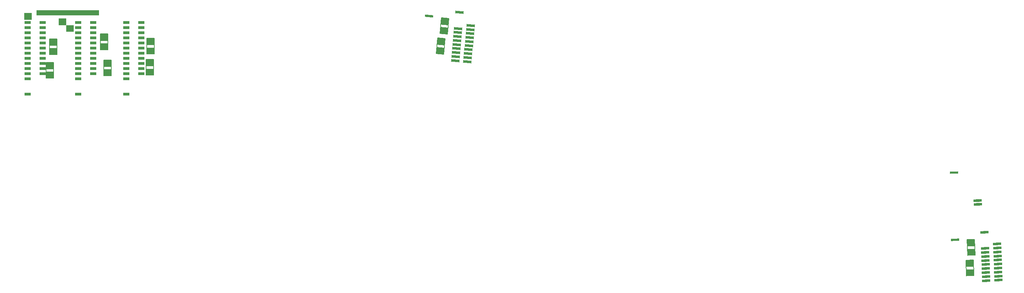
<source format=gbr>
*
G4_C Author: OrCAD GerbTool(tm) 8.1.1 Thu Jun 19 01:00:05 2003*
%LPD*%
%FSLAX34Y34*%
%MOIN*%
%AD*%
%AMD26R98*
20,1,0.027000,0.000000,-0.036000,0.000000,0.036000,98.600000*
%
%AMD26R98N2*
20,1,0.027000,0.000000,-0.036000,0.000000,0.036000,98.600000*
%
%AMD26R86*
20,1,0.027000,0.000000,-0.036000,0.000000,0.036000,86.080000*
%
%AMD17R5*
20,1,0.027000,-0.036000,0.000000,0.036000,0.000000,5.450000*
%
%AMD17R5N2*
20,1,0.027000,-0.036000,0.000000,0.036000,0.000000,5.450000*
%
%AMD29R3*
20,1,0.027000,0.035920,-0.002460,-0.035920,0.002460,3.950000*
%
%AMD29R3N2*
20,1,0.027000,0.035920,-0.002460,-0.035920,0.002460,3.910000*
%
%AMD29R3N3*
20,1,0.027000,0.035920,-0.002460,-0.035920,0.002460,3.920000*
%
%AMD30R85*
20,1,0.024000,0.000000,-0.041000,0.000000,0.041000,85.000000*
%
%AMD26R85*
20,1,0.027000,0.000000,-0.036000,0.000000,0.036000,85.000000*
%
%AMD29R85*
20,1,0.022000,0.000000,-0.040000,0.000000,0.040000,85.000000*
%
%AMD30R92*
20,1,0.024000,0.000000,-0.041000,0.000000,0.041000,92.400000*
%
%AMD26R92*
20,1,0.027000,0.000000,-0.036000,0.000000,0.036000,92.400000*
%
%AMD29R92*
20,1,0.022000,0.000000,-0.040000,0.000000,0.040000,92.400000*
%
%AMD29R91*
20,1,0.022000,0.000000,-0.040000,0.000000,0.040000,91.300000*
%
%AMD30R85N2*
20,1,0.024000,0.000000,-0.041000,0.000000,0.041000,85.000000*
%
%AMD26R85N2*
20,1,0.027000,0.000000,-0.036000,0.000000,0.036000,85.000000*
%
%AMD29R85N2*
20,1,0.022000,0.000000,-0.040000,0.000000,0.040000,85.000000*
%
%AMD29R91N2*
20,1,0.022000,0.000000,-0.040000,0.000000,0.040000,91.000000*
%
%AMD30R91*
20,1,0.024000,0.000000,-0.041000,0.000000,0.041000,91.000000*
%
%AMD30R92N2*
20,1,0.024000,0.000000,-0.041000,0.000000,0.041000,92.000000*
%
%AMD26R92N2*
20,1,0.027000,0.000000,-0.036000,0.000000,0.036000,92.000000*
%
%AMD29R92N2*
20,1,0.022000,0.000000,-0.040000,0.000000,0.040000,92.000000*
%
%ADD10R,0.050000X0.050000*%
%ADD11C,0.006000*%
%ADD12C,0.019000*%
%ADD13C,0.007900*%
%ADD14C,0.005000*%
%ADD15C,0.000800*%
%ADD16R,0.070000X0.025000*%
%ADD17R,0.068000X0.023000*%
%ADD18C,0.006000*%
%ADD19C,0.009800*%
%ADD20C,0.010000*%
%ADD21C,0.030000*%
%ADD22C,0.060000*%
%ADD23C,0.035000*%
%ADD24C,0.055000*%
%ADD25C,0.065000*%
%ADD26R,0.027000X0.072000*%
%ADD27D26R98*%
%ADD28R,0.031000X0.060000*%
%ADD29R,0.022000X0.080000*%
%ADD30R,0.024000X0.082000*%
%ADD31D17R5N2*%
%ADD32D29R3*%
%ADD33R,0.072000X0.027000*%
%ADD34R,0.072000X0.027000*%
%ADD35D30R85*%
%ADD36D26R85*%
%ADD37D29R85*%
%ADD38D30R92*%
%ADD39D26R92*%
%ADD40D29R92*%
%ADD41D29R91*%
%ADD42D30R85N2*%
%ADD43D26R85N2*%
%ADD44D29R85N2*%
%ADD45D29R91N2*%
%ADD46D30R91*%
%ADD47D30R92N2*%
%ADD48D26R92N2*%
%ADD49D29R92N2*%
%ADD256R,0.060000X0.031000*%
G4_C OrCAD GerbTool Tool List *
G54D10*
G1X1850Y39814D2*
G1X7450Y39814D1*
G54D33*
G1X4155Y38746D3*
G1X4155Y38946D3*
G1X4155Y39130D3*
G1X4870Y38096D3*
G1X4870Y38296D3*
G1X4870Y38480D3*
G1X789Y39284D3*
G1X789Y39484D3*
G1X789Y39668D3*
G54D256*
G1X11839Y38866D3*
G1X11839Y38367D3*
G1X11839Y37866D3*
G1X11839Y35367D3*
G1X11839Y35866D3*
G1X11840Y36366D3*
G1X11840Y36866D3*
G1X11839Y37366D3*
G1X11840Y33865D3*
G1X11839Y34367D3*
G1X11839Y34866D3*
G1X10370Y38868D3*
G1X10370Y38369D3*
G1X10369Y37867D3*
G1X10369Y37368D3*
G1X10369Y36869D3*
G1X10369Y36368D3*
G1X10370Y35868D3*
G1X10370Y35369D3*
G1X10368Y34868D3*
G1X10369Y34369D3*
G1X10369Y33868D3*
G1X10369Y31868D3*
G1X10370Y33368D3*
G54D33*
G1X12675Y33830D3*
G1X12674Y34028D3*
G1X12675Y34212D3*
G1X12676Y34731D3*
G1X12677Y34930D3*
G1X12676Y35113D3*
G1X13040Y35270D2*
G54D18*
G1X13040Y33725D1*
G1X13040Y35271D2*
G1X12303Y35271D1*
G1X12303Y35272D2*
G1X12303Y33725D1*
G54D33*
G1X12752Y35894D3*
G1X12751Y36092D3*
G1X12752Y36276D3*
G1X12753Y36795D3*
G1X12754Y36994D3*
G1X12753Y37177D3*
G1X13116Y37333D2*
G54D18*
G1X13116Y35788D1*
G1X13116Y37334D2*
G1X12379Y37334D1*
G1X12379Y37335D2*
G1X12379Y35788D1*
G54D256*
G1X7150Y35368D3*
G1X7150Y35867D3*
G1X7151Y36367D3*
G1X7151Y36867D3*
G1X7150Y37367D3*
G1X7151Y33866D3*
G1X7150Y34368D3*
G1X7150Y34867D3*
G1X5681Y38868D3*
G1X5681Y38369D3*
G1X5680Y37867D3*
G1X5680Y37368D3*
G1X5680Y36869D3*
G1X5680Y36368D3*
G1X5681Y35868D3*
G1X5681Y35369D3*
G1X5679Y34868D3*
G1X5680Y34369D3*
G1X5680Y33868D3*
G1X5680Y31868D3*
G1X5681Y33368D3*
G1X7150Y37866D3*
G1X7150Y38866D3*
G1X7150Y38367D3*
G54D33*
G1X8544Y33776D3*
G1X8543Y33974D3*
G1X8544Y34158D3*
G1X8545Y34677D3*
G1X8546Y34876D3*
G1X8545Y35059D3*
G1X8908Y35215D2*
G54D18*
G1X8908Y33670D1*
G1X8908Y35216D2*
G1X8172Y35216D1*
G1X8172Y35217D2*
G1X8172Y33670D1*
G54D33*
G1X8213Y36318D3*
G1X8212Y36516D3*
G1X8213Y36700D3*
G1X8214Y37219D3*
G1X8215Y37418D3*
G1X8214Y37601D3*
G1X8578Y37757D2*
G54D18*
G1X8578Y36212D1*
G1X8578Y37758D2*
G1X7841Y37758D1*
G1X7841Y37759D2*
G1X7841Y36212D1*
G54D256*
G1X2221Y38865D3*
G1X2221Y38366D3*
G1X2221Y37865D3*
G1X2221Y35366D3*
G1X2221Y35865D3*
G1X2222Y36365D3*
G1X2222Y36865D3*
G1X2221Y37365D3*
G1X2222Y33864D3*
G1X2221Y34366D3*
G1X2221Y34865D3*
G1X751Y38867D3*
G1X751Y38368D3*
G1X750Y37866D3*
G1X750Y37367D3*
G1X750Y36868D3*
G1X750Y36367D3*
G1X751Y35867D3*
G1X751Y35368D3*
G1X749Y34867D3*
G1X750Y34368D3*
G1X750Y33867D3*
G1X750Y31866D3*
G1X751Y33367D3*
G54D33*
G1X2931Y33541D3*
G1X2930Y33739D3*
G1X2931Y33923D3*
G1X2932Y34442D3*
G1X2933Y34641D3*
G1X2932Y34824D3*
G1X3296Y34980D2*
G54D18*
G1X3296Y33435D1*
G1X3296Y34981D2*
G1X2559Y34981D1*
G1X2559Y34982D2*
G1X2559Y33435D1*
G54D33*
G1X3250Y35845D3*
G1X3249Y36043D3*
G1X3250Y36227D3*
G1X3251Y36746D3*
G1X3252Y36945D3*
G1X3251Y37128D3*
G1X3615Y37284D2*
G54D18*
G1X3615Y35739D1*
G1X3615Y37285D2*
G1X2878Y37285D1*
G1X2878Y37286D2*
G1X2878Y35739D1*
G54D42*
G1X43694Y35043D3*
G1X43729Y35437D3*
G1X43763Y35828D3*
G1X43797Y36220D3*
G1X43831Y36612D3*
G1X43866Y37004D3*
G1X43900Y37396D3*
G1X43934Y37789D3*
G1X43969Y38181D3*
G1X44003Y38573D3*
G1X42498Y35148D3*
G1X42532Y35541D3*
G1X42566Y35932D3*
G1X42601Y36325D3*
G1X42635Y36717D3*
G1X42669Y37109D3*
G1X42704Y37501D3*
G1X42738Y37894D3*
G1X42772Y38286D3*
G1X42909Y39853D3*
G54D43*
G1X41019Y35908D3*
G1X41036Y36105D3*
G1X41053Y36288D3*
G1X41099Y36805D3*
G1X41117Y37003D3*
G1X41132Y37186D3*
G1X41508Y37309D2*
G54D18*
G1X41374Y35770D1*
G1X41508Y37310D2*
G1X40774Y37375D1*
G1X40774Y37376D2*
G1X40639Y35835D1*
G54D43*
G1X41381Y37883D3*
G1X41397Y38080D3*
G1X41414Y38263D3*
G1X41460Y38780D3*
G1X41479Y38978D3*
G1X41494Y39161D3*
G1X41870Y39285D2*
G54D18*
G1X41735Y37745D1*
G1X41870Y39285D2*
G1X41136Y39350D1*
G1X41136Y39351D2*
G1X41001Y37810D1*
G54D44*
G1X39963Y39487D3*
G54D45*
G1X91198Y24201D3*
G54D46*
G1X93532Y21092D3*
G1X93521Y21486D3*
G54D47*
G1X95554Y13690D3*
G1X95540Y14085D3*
G1X95526Y14478D3*
G1X95513Y14870D3*
G1X95499Y15264D3*
G1X95485Y15657D3*
G1X95471Y16051D3*
G1X95458Y16444D3*
G1X95444Y16838D3*
G1X95430Y17231D3*
G1X94353Y13648D3*
G1X94340Y14042D3*
G1X94326Y14435D3*
G1X94312Y14828D3*
G1X94299Y15222D3*
G1X94285Y15615D3*
G1X94271Y16009D3*
G1X94257Y16402D3*
G1X94244Y16796D3*
G1X94189Y18368D3*
G54D48*
G1X92794Y14222D3*
G1X92786Y14420D3*
G1X92780Y14604D3*
G1X92763Y15123D3*
G1X92757Y15321D3*
G1X92750Y15504D3*
G1X93108Y15673D2*
G54D18*
G1X93162Y14129D1*
G1X93108Y15674D2*
G1X92371Y15648D1*
G1X92371Y15649D2*
G1X92425Y14103D1*
G54D48*
G1X92912Y16226D3*
G1X92904Y16424D3*
G1X92898Y16608D3*
G1X92881Y17127D3*
G1X92875Y17326D3*
G1X92868Y17509D3*
G1X93226Y17677D2*
G54D18*
G1X93280Y16133D1*
G1X93226Y17678D2*
G1X92490Y17653D1*
G1X92490Y17654D2*
G1X92544Y16108D1*
G54D49*
G1X91309Y17646D3*
M2*

</source>
